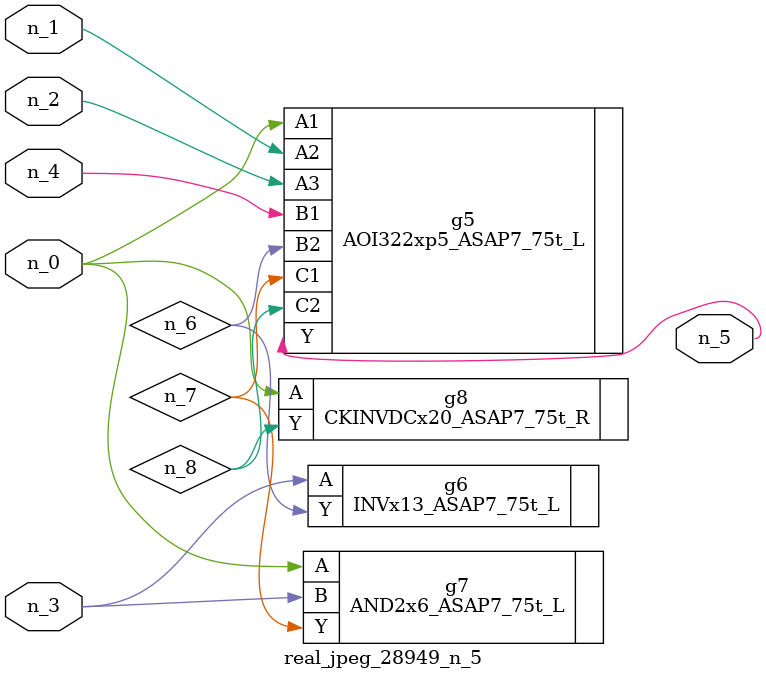
<source format=v>
module real_jpeg_28949_n_5 (n_4, n_0, n_1, n_2, n_3, n_5);

input n_4;
input n_0;
input n_1;
input n_2;
input n_3;

output n_5;

wire n_8;
wire n_6;
wire n_7;

AOI322xp5_ASAP7_75t_L g5 ( 
.A1(n_0),
.A2(n_1),
.A3(n_2),
.B1(n_4),
.B2(n_6),
.C1(n_7),
.C2(n_8),
.Y(n_5)
);

AND2x6_ASAP7_75t_L g7 ( 
.A(n_0),
.B(n_3),
.Y(n_7)
);

CKINVDCx20_ASAP7_75t_R g8 ( 
.A(n_0),
.Y(n_8)
);

INVx13_ASAP7_75t_L g6 ( 
.A(n_3),
.Y(n_6)
);


endmodule
</source>
